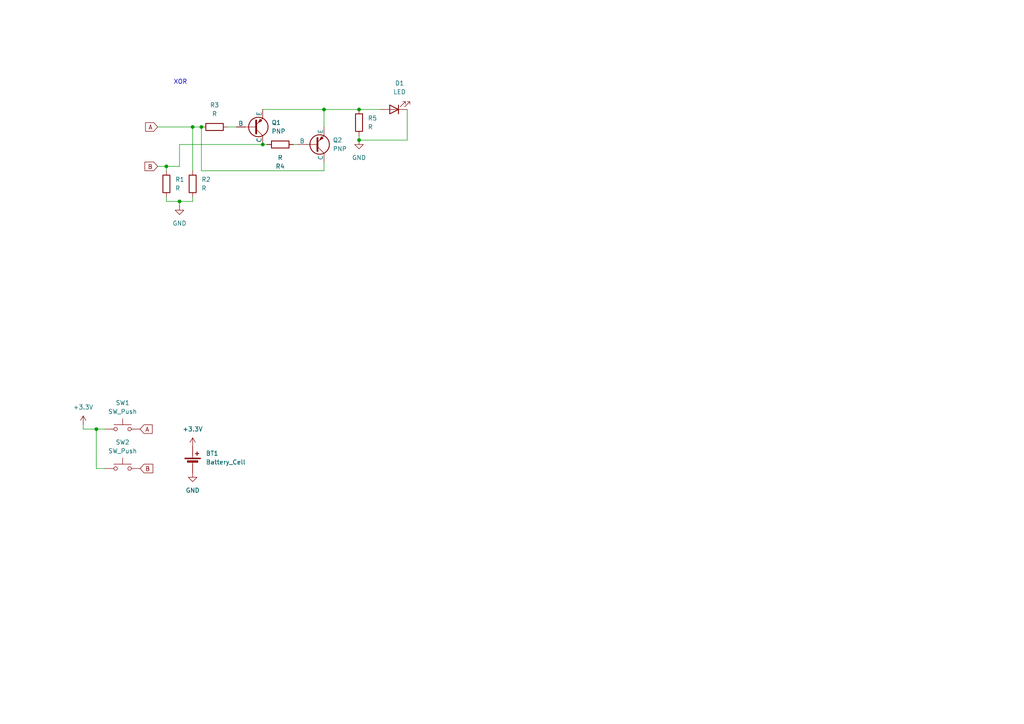
<source format=kicad_sch>
(kicad_sch (version 20250114) (generator "eeschema") (generator_version "9.0")
  (paper "A4")
  (lib_symbols
    (symbol "Device:Battery_Cell" (pin_numbers (hide yes)) (pin_names (offset 0) (hide yes))
      (property "Reference" "BT" (at 2.54 2.54 0))
      (property "Value" "Battery_Cell" (at 2.54 0 0))
      (symbol "Battery_Cell_0_1"
        (rectangle (start -2.286 1.778) (end 2.286 1.524) (fill (type outline)))
        (rectangle (start -1.524 1.016) (end 1.524 0.508) (fill (type outline)))
        (polyline (pts (xy 0 1.778) (xy 0 2.54)))
        (polyline (pts (xy 0 0.762) (xy 0 0)))
        (polyline (pts (xy 0.762 3.048) (xy 1.778 3.048)) (stroke (width 0.254)))
        (polyline (pts (xy 1.27 3.556) (xy 1.27 2.54)) (stroke (width 0.254)))
      )
      (symbol "Battery_Cell_1_1"
        (pin passive line (at 0 5.08 270) (length 2.54) (name "+") (number "1"))
        (pin passive line (at 0 -2.54 90) (length 2.54) (name "-") (number "2"))
      )
    )
    (symbol "Device:LED" (pin_numbers (hide yes)) (pin_names (offset 1.016) (hide yes))
      (property "Reference" "D" (at 0 2.54 0))
      (property "Value" "LED" (at 0 -2.54 0))
      (symbol "LED_0_1"
        (polyline (pts (xy -3.048 -0.762) (xy -4.572 -2.286) (xy -3.81 -2.286) (xy -4.572 -2.286) (xy -4.572 -1.524)))
        (polyline (pts (xy -1.778 -0.762) (xy -3.302 -2.286) (xy -2.54 -2.286) (xy -3.302 -2.286) (xy -3.302 -1.524)))
        (polyline (pts (xy -1.27 0) (xy 1.27 0)))
        (polyline (pts (xy -1.27 -1.27) (xy -1.27 1.27)) (stroke (width 0.254)))
        (polyline (pts (xy 1.27 -1.27) (xy 1.27 1.27) (xy -1.27 0) (xy 1.27 -1.27)) (stroke (width 0.254)))
      )
      (symbol "LED_1_1"
        (pin passive line (at -3.81 0 0) (length 2.54) (name "K") (number "1"))
        (pin passive line (at 3.81 0 180) (length 2.54) (name "A") (number "2"))
      )
    )
    (symbol "Device:R" (pin_numbers (hide yes)) (pin_names (offset 0))
      (property "Reference" "R" (at 2.032 0 90))
      (property "Value" "R" (at 0 0 90))
      (symbol "R_0_1"
        (rectangle (start -1.016 -2.54) (end 1.016 2.54) (stroke (width 0.254)))
      )
      (symbol "R_1_1"
        (pin passive line (at 0 3.81 270) (length 1.27) (name "~") (number "1"))
        (pin passive line (at 0 -3.81 90) (length 1.27) (name "~") (number "2"))
      )
    )
    (symbol "Simulation_SPICE:PNP" (pin_numbers (hide yes)) (pin_names (offset 0))
      (property "Reference" "Q" (at -2.54 7.62 0))
      (property "Value" "PNP" (at -2.54 5.08 0))
      (symbol "PNP_0_1"
        (polyline (pts (xy -2.54 0) (xy 0.635 0)) (stroke (width 0.1524)))
        (polyline (pts (xy 0.635 1.905) (xy 0.635 -1.905) (xy 0.635 -1.905)) (stroke (width 0.508)))
        (polyline (pts (xy 0.635 0.635) (xy 2.54 2.54)))
        (polyline (pts (xy 0.635 -0.635) (xy 2.54 -2.54) (xy 2.54 -2.54)))
        (circle (center 1.27 0) (radius 2.8194) (stroke (width 0.254)))
        (polyline (pts (xy 2.286 -1.778) (xy 1.778 -2.286) (xy 1.27 -1.27) (xy 2.286 -1.778) (xy 2.286 -1.778)) (fill (type outline)))
      )
      (symbol "PNP_1_1"
        (pin input line (at -5.08 0 0) (length 2.54) (name "B") (number "2"))
        (pin open_collector line (at 2.54 5.08 270) (length 2.54) (name "C") (number "1"))
        (pin open_emitter line (at 2.54 -5.08 90) (length 2.54) (name "E") (number "3"))
      )
    )
    (symbol "Switch:SW_Push" (pin_numbers (hide yes)) (pin_names (offset 1.016) (hide yes))
      (property "Reference" "SW" (at 1.27 2.54 0))
      (property "Value" "SW_Push" (at 0 -1.524 0))
      (symbol "SW_Push_0_1"
        (circle (center -2.032 0) (radius 0.508))
        (polyline (pts (xy 0 1.27) (xy 0 3.048)))
        (circle (center 2.032 0) (radius 0.508))
        (polyline (pts (xy 2.54 1.27) (xy -2.54 1.27)))
        (pin passive line (at -5.08 0 0) (length 2.54) (name "1") (number "1"))
        (pin passive line (at 5.08 0 180) (length 2.54) (name "2") (number "2"))
      )
    )
    (symbol "power:+3.3V" (power) (pin_numbers (hide yes)) (pin_names (offset 0) (hide yes))
      (property "Value" "+3.3V" (at 0 3.556 0))
      (symbol "+3.3V_0_1"
        (polyline (pts (xy -0.762 1.27) (xy 0 2.54)))
        (polyline (pts (xy 0 2.54) (xy 0.762 1.27)))
        (polyline (pts (xy 0 0) (xy 0 2.54)))
      )
      (symbol "+3.3V_1_1"
        (pin power_in line (at 0 0 90) (length 0) (name "~") (number "1"))
      )
    )
    (symbol "power:GND" (power) (pin_numbers (hide yes)) (pin_names (offset 0) (hide yes))
      (property "Value" "GND" (at 0 -3.81 0))
      (symbol "GND_0_1"
        (polyline (pts (xy 0 0) (xy 0 -1.27) (xy 1.27 -1.27) (xy 0 -2.54) (xy -1.27 -1.27) (xy 0 -1.27)))
      )
      (symbol "GND_1_1"
        (pin power_in line (at 0 0 270) (length 0) (name "~") (number "1"))
      )
    )
  )
  (text "XOR" (at 52.324 23.876 0) (effects (font (size 1.27 1.27))))
  (junction (at 104.14 31.75))
  (junction (at 55.88 36.83))
  (junction (at 76.2 41.91))
  (junction (at 58.42 36.83))
  (junction (at 104.14 40.64))
  (junction (at 93.98 31.75))
  (junction (at 52.07 58.42))
  (junction (at 48.26 48.26))
  (junction (at 27.94 124.46))
  (wire (pts (xy 52.07 59.69) (xy 52.07 58.42)))
  (wire (pts (xy 93.98 31.75) (xy 93.98 36.83)))
  (wire (pts (xy 24.13 123.19) (xy 24.13 124.46)))
  (wire (pts (xy 52.07 58.42) (xy 48.26 58.42)))
  (wire (pts (xy 48.26 48.26) (xy 52.07 48.26)))
  (wire (pts (xy 93.98 46.99) (xy 93.98 49.53)))
  (wire (pts (xy 93.98 31.75) (xy 104.14 31.75)))
  (wire (pts (xy 52.07 48.26) (xy 52.07 41.91)))
  (wire (pts (xy 27.94 135.89) (xy 27.94 124.46)))
  (wire (pts (xy 24.13 124.46) (xy 27.94 124.46)))
  (wire (pts (xy 55.88 36.83) (xy 58.42 36.83)))
  (wire (pts (xy 104.14 31.75) (xy 110.49 31.75)))
  (wire (pts (xy 52.07 58.42) (xy 55.88 58.42)))
  (wire (pts (xy 55.88 36.83) (xy 55.88 49.53)))
  (wire (pts (xy 45.72 48.26) (xy 48.26 48.26)))
  (wire (pts (xy 93.98 49.53) (xy 58.42 49.53)))
  (wire (pts (xy 45.72 36.83) (xy 55.88 36.83)))
  (wire (pts (xy 48.26 48.26) (xy 48.26 49.53)))
  (wire (pts (xy 104.14 40.64) (xy 104.14 39.37)))
  (wire (pts (xy 27.94 124.46) (xy 30.48 124.46)))
  (wire (pts (xy 104.14 40.64) (xy 118.11 40.64)))
  (wire (pts (xy 48.26 58.42) (xy 48.26 57.15)))
  (wire (pts (xy 118.11 40.64) (xy 118.11 31.75)))
  (wire (pts (xy 55.88 58.42) (xy 55.88 57.15)))
  (wire (pts (xy 30.48 135.89) (xy 27.94 135.89)))
  (wire (pts (xy 58.42 49.53) (xy 58.42 36.83)))
  (wire (pts (xy 85.09 41.91) (xy 86.36 41.91)))
  (wire (pts (xy 52.07 41.91) (xy 76.2 41.91)))
  (wire (pts (xy 76.2 31.75) (xy 93.98 31.75)))
  (wire (pts (xy 76.2 41.91) (xy 77.47 41.91)))
  (wire (pts (xy 66.04 36.83) (xy 68.58 36.83)))
  (global_label "A" (shape input) (at 45.72 36.83 180) (property "Intersheetrefs" "${INTERSHEET_REFS}" (effects (hide yes))))
  (global_label "B" (shape input) (at 45.72 48.26 180) (property "Intersheetrefs" "${INTERSHEET_REFS}" (effects (hide yes))))
  (global_label "B" (shape input) (at 40.64 135.89 0) (property "Intersheetrefs" "${INTERSHEET_REFS}" (effects (hide yes))))
  (global_label "A" (shape input) (at 40.64 124.46 0) (property "Intersheetrefs" "${INTERSHEET_REFS}" (effects (hide yes))))
  (symbol (lib_id "Simulation_SPICE:PNP") (at 73.66 36.83 0) (mirror x) (unit 1)
    (property "Reference" "Q1" (at 78.74 35.5599 0) (effects (justify left)))
    (property "Value" "PNP" (at 78.74 38.0999 0) (effects (justify left)))
    (property "Footprint" "Package_TO_SOT_THT:TO-92L_HandSolder" (effects (hide yes)))
    (property "Datasheet" "https://ngspice.sourceforge.io/docs/ngspice-html-manual/manual.xhtml#cha_BJTs" (effects (hide yes)))
    (property "Description" "Bipolar transistor symbol for simulation only, substrate tied to the emitter" (effects (hide yes)))
    (property "Sim.Device" "PNP" (effects (hide yes)))
    (property "Sim.Type" "GUMMELPOON" (effects (hide yes)))
    (property "Sim.Pins" "1=C 2=B 3=E" (effects (hide yes)))
  )
  (symbol (lib_id "Device:R") (at 55.88 53.34 0) (unit 1)
    (property "Reference" "R2" (at 58.42 52.0699 0) (effects (justify left)))
    (property "Value" "R" (at 58.42 54.6099 0) (effects (justify left)))
    (property "Footprint" "Resistor_THT:R_Axial_DIN0207_L6.3mm_D2.5mm_P7.62mm_Horizontal" (effects (hide yes)))
    (property "Description" "Resistor" (effects (hide yes)))
  )
  (symbol (lib_id "Switch:SW_Push") (at 35.56 135.89 0) (unit 1)
    (property "Reference" "SW2" (at 35.56 128.27 0))
    (property "Value" "SW_Push" (at 35.56 130.81 0))
    (property "Footprint" "Button_Switch_THT:SW_PUSH_6mm" (effects (hide yes)))
    (property "Description" "Push button switch, generic, two pins" (effects (hide yes)))
  )
  (symbol (lib_id "Device:R") (at 62.23 36.83 90) (unit 1)
    (property "Reference" "R3" (at 62.23 30.48 90))
    (property "Value" "R" (at 62.23 33.02 90))
    (property "Footprint" "Resistor_THT:R_Axial_DIN0207_L6.3mm_D2.5mm_P7.62mm_Horizontal" (effects (hide yes)))
    (property "Description" "Resistor" (effects (hide yes)))
  )
  (symbol (lib_id "power:+3.3V") (at 24.13 123.19 0) (unit 1)
    (property "Reference" "#PWR02" (effects (hide yes)))
    (property "Value" "+3.3V" (at 24.13 118.11 0))
    (property "Description" "Power symbol creates a global label with name \"+3.3V\"" (effects (hide yes)))
  )
  (symbol (lib_id "Device:R") (at 104.14 35.56 0) (unit 1)
    (property "Reference" "R5" (at 106.68 34.2899 0) (effects (justify left)))
    (property "Value" "R" (at 106.68 36.8299 0) (effects (justify left)))
    (property "Footprint" "Resistor_THT:R_Axial_DIN0207_L6.3mm_D2.5mm_P7.62mm_Horizontal" (effects (hide yes)))
    (property "Description" "Resistor" (effects (hide yes)))
  )
  (symbol (lib_id "Simulation_SPICE:PNP") (at 91.44 41.91 0) (mirror x) (unit 1)
    (property "Reference" "Q2" (at 96.52 40.6399 0) (effects (justify left)))
    (property "Value" "PNP" (at 96.52 43.1799 0) (effects (justify left)))
    (property "Footprint" "Package_TO_SOT_THT:TO-92L_HandSolder" (effects (hide yes)))
    (property "Datasheet" "https://ngspice.sourceforge.io/docs/ngspice-html-manual/manual.xhtml#cha_BJTs" (effects (hide yes)))
    (property "Description" "Bipolar transistor symbol for simulation only, substrate tied to the emitter" (effects (hide yes)))
    (property "Sim.Device" "PNP" (effects (hide yes)))
    (property "Sim.Type" "GUMMELPOON" (effects (hide yes)))
    (property "Sim.Pins" "1=C 2=B 3=E" (effects (hide yes)))
  )
  (symbol (lib_id "power:GND") (at 104.14 40.64 0) (unit 1)
    (property "Reference" "#PWR03" (effects (hide yes)))
    (property "Value" "GND" (at 104.14 45.72 0))
    (property "Description" "Power symbol creates a global label with name \"GND\" , ground" (effects (hide yes)))
  )
  (symbol (lib_id "power:GND") (at 52.07 59.69 0) (unit 1)
    (property "Reference" "#PWR01" (effects (hide yes)))
    (property "Value" "GND" (at 52.07 64.77 0))
    (property "Description" "Power symbol creates a global label with name \"GND\" , ground" (effects (hide yes)))
  )
  (symbol (lib_id "power:+3.3V") (at 55.88 129.54 0) (unit 1)
    (property "Reference" "#PWR04" (effects (hide yes)))
    (property "Value" "+3.3V" (at 55.88 124.46 0))
    (property "Description" "Power symbol creates a global label with name \"+3.3V\"" (effects (hide yes)))
  )
  (symbol (lib_id "power:GND") (at 55.88 137.16 0) (unit 1)
    (property "Reference" "#PWR05" (effects (hide yes)))
    (property "Value" "GND" (at 55.88 142.24 0))
    (property "Description" "Power symbol creates a global label with name \"GND\" , ground" (effects (hide yes)))
  )
  (symbol (lib_id "Device:LED") (at 114.3 31.75 180) (unit 1)
    (property "Reference" "D1" (at 115.8875 24.13 0))
    (property "Value" "LED" (at 115.8875 26.67 0))
    (property "Footprint" "LED_THT:LED_D5.0mm" (effects (hide yes)))
    (property "Description" "Light emitting diode" (effects (hide yes)))
    (property "Sim.Pins" "1=K 2=A" (effects (hide yes)))
  )
  (symbol (lib_id "Device:Battery_Cell") (at 55.88 134.62 0) (unit 1)
    (property "Reference" "BT1" (at 59.69 131.5084 0) (effects (justify left)))
    (property "Value" "Battery_Cell" (at 59.69 134.0484 0) (effects (justify left)))
    (property "Footprint" "Battery:BatteryHolder_Keystone_3034_1x20mm" (effects (hide yes)))
    (property "Description" "Single-cell battery" (effects (hide yes)))
  )
  (symbol (lib_id "Switch:SW_Push") (at 35.56 124.46 0) (unit 1)
    (property "Reference" "SW1" (at 35.56 116.84 0))
    (property "Value" "SW_Push" (at 35.56 119.38 0))
    (property "Footprint" "Button_Switch_THT:SW_PUSH_6mm" (effects (hide yes)))
    (property "Description" "Push button switch, generic, two pins" (effects (hide yes)))
  )
  (symbol (lib_id "Device:R") (at 81.28 41.91 90) (mirror x) (unit 1)
    (property "Reference" "R4" (at 81.28 48.26 90))
    (property "Value" "R" (at 81.28 45.72 90))
    (property "Footprint" "Resistor_THT:R_Axial_DIN0207_L6.3mm_D2.5mm_P7.62mm_Horizontal" (effects (hide yes)))
    (property "Description" "Resistor" (effects (hide yes)))
  )
  (symbol (lib_id "Device:R") (at 48.26 53.34 0) (unit 1)
    (property "Reference" "R1" (at 50.8 52.0699 0) (effects (justify left)))
    (property "Value" "R" (at 50.8 54.6099 0) (effects (justify left)))
    (property "Footprint" "Resistor_THT:R_Axial_DIN0207_L6.3mm_D2.5mm_P7.62mm_Horizontal" (effects (hide yes)))
    (property "Description" "Resistor" (effects (hide yes)))
  )
)
</source>
